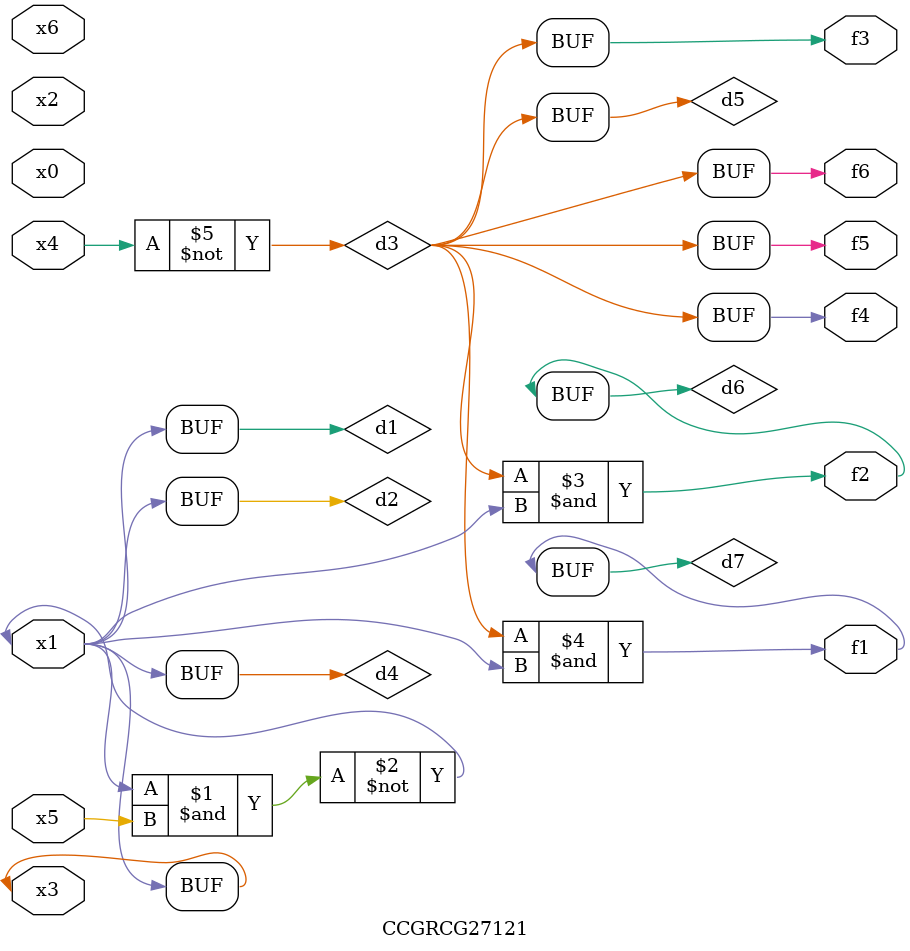
<source format=v>
module CCGRCG27121(
	input x0, x1, x2, x3, x4, x5, x6,
	output f1, f2, f3, f4, f5, f6
);

	wire d1, d2, d3, d4, d5, d6, d7;

	buf (d1, x1, x3);
	nand (d2, x1, x5);
	not (d3, x4);
	buf (d4, d1, d2);
	buf (d5, d3);
	and (d6, d3, d4);
	and (d7, d3, d4);
	assign f1 = d7;
	assign f2 = d6;
	assign f3 = d5;
	assign f4 = d5;
	assign f5 = d5;
	assign f6 = d5;
endmodule

</source>
